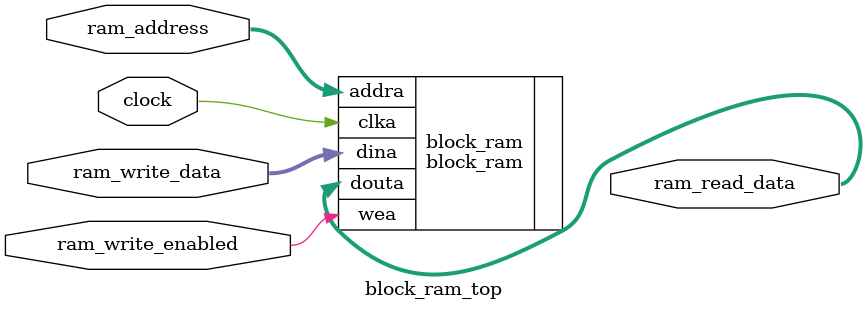
<source format=v>
`default_nettype none

module block_ram_top(
  input wire clock,
  input wire [15:0] ram_address,
  input wire [31:0] ram_write_data,
  input wire ram_write_enabled,
  output wire [31:0] ram_read_data
);
  block_ram block_ram(
    .clka(clock),
    .wea(ram_write_enabled),
    .addra(ram_address),
    .dina(ram_write_data),
    .douta(ram_read_data)
  );
endmodule

</source>
